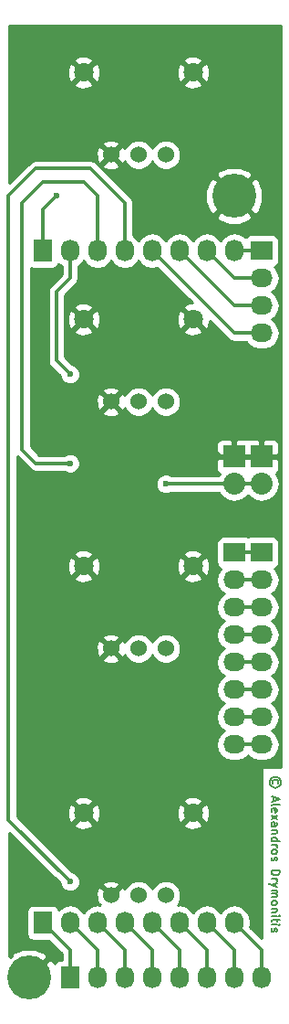
<source format=gbr>
G04 #@! TF.FileFunction,Copper,L1,Top,Signal*
%FSLAX46Y46*%
G04 Gerber Fmt 4.6, Leading zero omitted, Abs format (unit mm)*
G04 Created by KiCad (PCBNEW 4.0.2+dfsg1-2~bpo8+1-stable) date Sun 16 Jul 2017 04:41:11 PM EEST*
%MOMM*%
G01*
G04 APERTURE LIST*
%ADD10C,0.050000*%
%ADD11C,0.190500*%
%ADD12R,2.032000X1.727200*%
%ADD13O,2.032000X1.727200*%
%ADD14R,1.727200X2.032000*%
%ADD15O,1.727200X2.032000*%
%ADD16R,2.032000X2.032000*%
%ADD17O,2.032000X2.032000*%
%ADD18C,1.524000*%
%ADD19C,1.800000*%
%ADD20C,4.064000*%
%ADD21C,0.600000*%
%ADD22C,0.300000*%
%ADD23C,0.254000*%
G04 APERTURE END LIST*
D10*
D11*
X148825857Y-120486714D02*
X148862143Y-120414142D01*
X148862143Y-120268999D01*
X148825857Y-120196428D01*
X148753286Y-120123857D01*
X148680714Y-120087571D01*
X148535571Y-120087571D01*
X148463000Y-120123857D01*
X148390429Y-120196428D01*
X148354143Y-120268999D01*
X148354143Y-120414142D01*
X148390429Y-120486714D01*
X149116143Y-120341571D02*
X149079857Y-120160142D01*
X148971000Y-119978714D01*
X148789571Y-119869857D01*
X148608143Y-119833571D01*
X148426714Y-119869857D01*
X148245286Y-119978714D01*
X148136429Y-120160142D01*
X148100143Y-120341571D01*
X148136429Y-120522999D01*
X148245286Y-120704428D01*
X148426714Y-120813285D01*
X148608143Y-120849571D01*
X148789571Y-120813285D01*
X148971000Y-120704428D01*
X149079857Y-120522999D01*
X149116143Y-120341571D01*
X148463000Y-121720428D02*
X148463000Y-122083285D01*
X148245286Y-121647856D02*
X149007286Y-121901856D01*
X148245286Y-122155856D01*
X148245286Y-122518714D02*
X148281571Y-122446142D01*
X148354143Y-122409857D01*
X149007286Y-122409857D01*
X148281571Y-123099285D02*
X148245286Y-123026714D01*
X148245286Y-122881571D01*
X148281571Y-122809000D01*
X148354143Y-122772714D01*
X148644429Y-122772714D01*
X148717000Y-122809000D01*
X148753286Y-122881571D01*
X148753286Y-123026714D01*
X148717000Y-123099285D01*
X148644429Y-123135571D01*
X148571857Y-123135571D01*
X148499286Y-122772714D01*
X148245286Y-123389571D02*
X148753286Y-123788714D01*
X148753286Y-123389571D02*
X148245286Y-123788714D01*
X148245286Y-124405571D02*
X148644429Y-124405571D01*
X148717000Y-124369285D01*
X148753286Y-124296714D01*
X148753286Y-124151571D01*
X148717000Y-124079000D01*
X148281571Y-124405571D02*
X148245286Y-124333000D01*
X148245286Y-124151571D01*
X148281571Y-124079000D01*
X148354143Y-124042714D01*
X148426714Y-124042714D01*
X148499286Y-124079000D01*
X148535571Y-124151571D01*
X148535571Y-124333000D01*
X148571857Y-124405571D01*
X148753286Y-124768429D02*
X148245286Y-124768429D01*
X148680714Y-124768429D02*
X148717000Y-124804714D01*
X148753286Y-124877286D01*
X148753286Y-124986143D01*
X148717000Y-125058714D01*
X148644429Y-125095000D01*
X148245286Y-125095000D01*
X148245286Y-125784429D02*
X149007286Y-125784429D01*
X148281571Y-125784429D02*
X148245286Y-125711858D01*
X148245286Y-125566715D01*
X148281571Y-125494143D01*
X148317857Y-125457858D01*
X148390429Y-125421572D01*
X148608143Y-125421572D01*
X148680714Y-125457858D01*
X148717000Y-125494143D01*
X148753286Y-125566715D01*
X148753286Y-125711858D01*
X148717000Y-125784429D01*
X148245286Y-126147287D02*
X148753286Y-126147287D01*
X148608143Y-126147287D02*
X148680714Y-126183572D01*
X148717000Y-126219858D01*
X148753286Y-126292429D01*
X148753286Y-126365001D01*
X148245286Y-126727858D02*
X148281571Y-126655286D01*
X148317857Y-126619001D01*
X148390429Y-126582715D01*
X148608143Y-126582715D01*
X148680714Y-126619001D01*
X148717000Y-126655286D01*
X148753286Y-126727858D01*
X148753286Y-126836715D01*
X148717000Y-126909286D01*
X148680714Y-126945572D01*
X148608143Y-126981858D01*
X148390429Y-126981858D01*
X148317857Y-126945572D01*
X148281571Y-126909286D01*
X148245286Y-126836715D01*
X148245286Y-126727858D01*
X148281571Y-127272144D02*
X148245286Y-127344715D01*
X148245286Y-127489858D01*
X148281571Y-127562430D01*
X148354143Y-127598715D01*
X148390429Y-127598715D01*
X148463000Y-127562430D01*
X148499286Y-127489858D01*
X148499286Y-127381001D01*
X148535571Y-127308430D01*
X148608143Y-127272144D01*
X148644429Y-127272144D01*
X148717000Y-127308430D01*
X148753286Y-127381001D01*
X148753286Y-127489858D01*
X148717000Y-127562430D01*
X148245286Y-128505858D02*
X149007286Y-128505858D01*
X149007286Y-128687286D01*
X148971000Y-128796143D01*
X148898429Y-128868715D01*
X148825857Y-128905000D01*
X148680714Y-128941286D01*
X148571857Y-128941286D01*
X148426714Y-128905000D01*
X148354143Y-128868715D01*
X148281571Y-128796143D01*
X148245286Y-128687286D01*
X148245286Y-128505858D01*
X148245286Y-129267858D02*
X148753286Y-129267858D01*
X148608143Y-129267858D02*
X148680714Y-129304143D01*
X148717000Y-129340429D01*
X148753286Y-129413000D01*
X148753286Y-129485572D01*
X148753286Y-129667000D02*
X148245286Y-129848429D01*
X148753286Y-130029857D02*
X148245286Y-129848429D01*
X148063857Y-129775857D01*
X148027571Y-129739572D01*
X147991286Y-129667000D01*
X148245286Y-130320143D02*
X148753286Y-130320143D01*
X148680714Y-130320143D02*
X148717000Y-130356428D01*
X148753286Y-130429000D01*
X148753286Y-130537857D01*
X148717000Y-130610428D01*
X148644429Y-130646714D01*
X148245286Y-130646714D01*
X148644429Y-130646714D02*
X148717000Y-130683000D01*
X148753286Y-130755571D01*
X148753286Y-130864428D01*
X148717000Y-130937000D01*
X148644429Y-130973285D01*
X148245286Y-130973285D01*
X148245286Y-131445000D02*
X148281571Y-131372428D01*
X148317857Y-131336143D01*
X148390429Y-131299857D01*
X148608143Y-131299857D01*
X148680714Y-131336143D01*
X148717000Y-131372428D01*
X148753286Y-131445000D01*
X148753286Y-131553857D01*
X148717000Y-131626428D01*
X148680714Y-131662714D01*
X148608143Y-131699000D01*
X148390429Y-131699000D01*
X148317857Y-131662714D01*
X148281571Y-131626428D01*
X148245286Y-131553857D01*
X148245286Y-131445000D01*
X148753286Y-132025572D02*
X148245286Y-132025572D01*
X148680714Y-132025572D02*
X148717000Y-132061857D01*
X148753286Y-132134429D01*
X148753286Y-132243286D01*
X148717000Y-132315857D01*
X148644429Y-132352143D01*
X148245286Y-132352143D01*
X148245286Y-132715001D02*
X148753286Y-132715001D01*
X149007286Y-132715001D02*
X148971000Y-132678715D01*
X148934714Y-132715001D01*
X148971000Y-132751286D01*
X149007286Y-132715001D01*
X148934714Y-132715001D01*
X148753286Y-132969000D02*
X148753286Y-133259286D01*
X149007286Y-133077858D02*
X148354143Y-133077858D01*
X148281571Y-133114143D01*
X148245286Y-133186715D01*
X148245286Y-133259286D01*
X148245286Y-133513287D02*
X148753286Y-133513287D01*
X149007286Y-133513287D02*
X148971000Y-133477001D01*
X148934714Y-133513287D01*
X148971000Y-133549572D01*
X149007286Y-133513287D01*
X148934714Y-133513287D01*
X148281571Y-133839858D02*
X148245286Y-133912429D01*
X148245286Y-134057572D01*
X148281571Y-134130144D01*
X148354143Y-134166429D01*
X148390429Y-134166429D01*
X148463000Y-134130144D01*
X148499286Y-134057572D01*
X148499286Y-133948715D01*
X148535571Y-133876144D01*
X148608143Y-133839858D01*
X148644429Y-133839858D01*
X148717000Y-133876144D01*
X148753286Y-133948715D01*
X148753286Y-134057572D01*
X148717000Y-134130144D01*
D12*
X147320000Y-99060000D03*
D13*
X147320000Y-101600000D03*
X147320000Y-104140000D03*
X147320000Y-106680000D03*
X147320000Y-109220000D03*
X147320000Y-111760000D03*
X147320000Y-114300000D03*
X147320000Y-116840000D03*
D14*
X129540000Y-138430000D03*
D15*
X132080000Y-138430000D03*
X134620000Y-138430000D03*
X137160000Y-138430000D03*
X139700000Y-138430000D03*
X142240000Y-138430000D03*
X144780000Y-138430000D03*
X147320000Y-138430000D03*
D14*
X127000000Y-71120000D03*
D15*
X129540000Y-71120000D03*
X132080000Y-71120000D03*
X134620000Y-71120000D03*
X137160000Y-71120000D03*
X139700000Y-71120000D03*
X142240000Y-71120000D03*
X144780000Y-71120000D03*
D12*
X144780000Y-99060000D03*
D13*
X144780000Y-101600000D03*
X144780000Y-104140000D03*
X144780000Y-106680000D03*
X144780000Y-109220000D03*
X144780000Y-111760000D03*
X144780000Y-114300000D03*
X144780000Y-116840000D03*
D14*
X127000000Y-133350000D03*
D15*
X129540000Y-133350000D03*
X132080000Y-133350000D03*
X134620000Y-133350000D03*
X137160000Y-133350000D03*
X139700000Y-133350000D03*
X142240000Y-133350000D03*
X144780000Y-133350000D03*
D16*
X144780000Y-90170000D03*
D17*
X144780000Y-92710000D03*
D12*
X147320000Y-71120000D03*
D13*
X147320000Y-73660000D03*
X147320000Y-76200000D03*
X147320000Y-78740000D03*
D16*
X147320000Y-90170000D03*
D17*
X147320000Y-92710000D03*
D18*
X135890000Y-62230000D03*
X133350000Y-62230000D03*
X138430000Y-62230000D03*
D19*
X140970000Y-54610000D03*
X130810000Y-54610000D03*
D18*
X135890000Y-85090000D03*
X133350000Y-85090000D03*
X138430000Y-85090000D03*
D19*
X140970000Y-77470000D03*
X130810000Y-77470000D03*
D18*
X135890000Y-107950000D03*
X133350000Y-107950000D03*
X138430000Y-107950000D03*
D19*
X140970000Y-100330000D03*
X130810000Y-100330000D03*
D18*
X135890000Y-130810000D03*
X133350000Y-130810000D03*
X138430000Y-130810000D03*
D19*
X140970000Y-123190000D03*
X130810000Y-123190000D03*
D20*
X144780000Y-66040000D03*
X125730000Y-138430000D03*
D21*
X128270000Y-66040000D03*
X140970000Y-87630000D03*
X138430000Y-92710000D03*
X129540000Y-82550000D03*
X129540000Y-90805000D03*
X129540000Y-129540000D03*
D22*
X127000000Y-67310000D02*
X127000000Y-71120000D01*
X128270000Y-66040000D02*
X127000000Y-67310000D01*
X144780000Y-90170000D02*
X143510000Y-90170000D01*
X143510000Y-90170000D02*
X140970000Y-87630000D01*
X144780000Y-90170000D02*
X147320000Y-90170000D01*
X144780000Y-92710000D02*
X138430000Y-92710000D01*
X144780000Y-92710000D02*
X147320000Y-92710000D01*
X129540000Y-73660000D02*
X129540000Y-71120000D01*
X128270000Y-74930000D02*
X129540000Y-73660000D01*
X128270000Y-81280000D02*
X128270000Y-74930000D01*
X129540000Y-82550000D02*
X128270000Y-81280000D01*
X132080000Y-66040000D02*
X132080000Y-71120000D01*
X130810000Y-64770000D02*
X132080000Y-66040000D01*
X127000000Y-64770000D02*
X130810000Y-64770000D01*
X125095000Y-66675000D02*
X127000000Y-64770000D01*
X125095000Y-89535000D02*
X125095000Y-66675000D01*
X126365000Y-90805000D02*
X125095000Y-89535000D01*
X129540000Y-90805000D02*
X126365000Y-90805000D01*
X134620000Y-66675000D02*
X134620000Y-71120000D01*
X131445000Y-63500000D02*
X134620000Y-66675000D01*
X126365000Y-63500000D02*
X131445000Y-63500000D01*
X123825000Y-66040000D02*
X126365000Y-63500000D01*
X123825000Y-123825000D02*
X123825000Y-66040000D01*
X129540000Y-129540000D02*
X123825000Y-123825000D01*
X144780000Y-99060000D02*
X147320000Y-99060000D01*
X144780000Y-101600000D02*
X147320000Y-101600000D01*
X144780000Y-104140000D02*
X147320000Y-104140000D01*
X144780000Y-106680000D02*
X147320000Y-106680000D01*
X144780000Y-109220000D02*
X147320000Y-109220000D01*
X144780000Y-111760000D02*
X147320000Y-111760000D01*
X144780000Y-114300000D02*
X147320000Y-114300000D01*
X144780000Y-116840000D02*
X147320000Y-116840000D01*
X127000000Y-133350000D02*
X129540000Y-135890000D01*
X129540000Y-135890000D02*
X129540000Y-138430000D01*
X129540000Y-133350000D02*
X132080000Y-135890000D01*
X132080000Y-135890000D02*
X132080000Y-138430000D01*
X132080000Y-133350000D02*
X134620000Y-135890000D01*
X134620000Y-135890000D02*
X134620000Y-138430000D01*
X134620000Y-133350000D02*
X137160000Y-135890000D01*
X137160000Y-135890000D02*
X137160000Y-138430000D01*
X137160000Y-133350000D02*
X139700000Y-135890000D01*
X139700000Y-135890000D02*
X139700000Y-138430000D01*
X139700000Y-133350000D02*
X142240000Y-135890000D01*
X142240000Y-135890000D02*
X142240000Y-138430000D01*
X142240000Y-133350000D02*
X144780000Y-135890000D01*
X144780000Y-135890000D02*
X144780000Y-138430000D01*
X144780000Y-133350000D02*
X147320000Y-135890000D01*
X147320000Y-135890000D02*
X147320000Y-138430000D01*
X137160000Y-71120000D02*
X144780000Y-78740000D01*
X144780000Y-78740000D02*
X147320000Y-78740000D01*
X139700000Y-71120000D02*
X144780000Y-76200000D01*
X144780000Y-76200000D02*
X147320000Y-76200000D01*
X142240000Y-71120000D02*
X144780000Y-73660000D01*
X144780000Y-73660000D02*
X147320000Y-73660000D01*
X144780000Y-71120000D02*
X147320000Y-71120000D01*
D23*
G36*
X149150000Y-118958178D02*
X147326350Y-118958178D01*
X147326350Y-134786192D01*
X146244805Y-133704647D01*
X146278600Y-133534745D01*
X146278600Y-133165255D01*
X146164526Y-132591766D01*
X145839670Y-132105585D01*
X145353489Y-131780729D01*
X144780000Y-131666655D01*
X144206511Y-131780729D01*
X143720330Y-132105585D01*
X143510000Y-132420366D01*
X143299670Y-132105585D01*
X142813489Y-131780729D01*
X142240000Y-131666655D01*
X141666511Y-131780729D01*
X141180330Y-132105585D01*
X140970000Y-132420366D01*
X140759670Y-132105585D01*
X140273489Y-131780729D01*
X139700000Y-131666655D01*
X139511714Y-131704107D01*
X139613629Y-131602370D01*
X139826757Y-131089100D01*
X139827242Y-130533339D01*
X139615010Y-130019697D01*
X139222370Y-129626371D01*
X138709100Y-129413243D01*
X138153339Y-129412758D01*
X137639697Y-129624990D01*
X137246371Y-130017630D01*
X137160051Y-130225512D01*
X137075010Y-130019697D01*
X136682370Y-129626371D01*
X136169100Y-129413243D01*
X135613339Y-129412758D01*
X135099697Y-129624990D01*
X134706371Y-130017630D01*
X134626605Y-130209727D01*
X134572397Y-130078857D01*
X134330213Y-130009392D01*
X133529605Y-130810000D01*
X133543748Y-130824143D01*
X133364143Y-131003748D01*
X133350000Y-130989605D01*
X133335858Y-131003748D01*
X133156253Y-130824143D01*
X133170395Y-130810000D01*
X132369787Y-130009392D01*
X132127603Y-130078857D01*
X131940856Y-130602302D01*
X131968638Y-131157368D01*
X132127603Y-131541143D01*
X132369785Y-131610607D01*
X132274957Y-131705435D01*
X132080000Y-131666655D01*
X131506511Y-131780729D01*
X131020330Y-132105585D01*
X130810000Y-132420366D01*
X130599670Y-132105585D01*
X130113489Y-131780729D01*
X129540000Y-131666655D01*
X128966511Y-131780729D01*
X128480330Y-132105585D01*
X128470757Y-132119913D01*
X128466762Y-132098683D01*
X128327690Y-131882559D01*
X128115490Y-131737569D01*
X127863600Y-131686560D01*
X126136400Y-131686560D01*
X125901083Y-131730838D01*
X125684959Y-131869910D01*
X125539969Y-132082110D01*
X125488960Y-132334000D01*
X125488960Y-134366000D01*
X125533238Y-134601317D01*
X125672310Y-134817441D01*
X125884510Y-134962431D01*
X126136400Y-135013440D01*
X127553282Y-135013440D01*
X128755000Y-136215158D01*
X128755000Y-136766560D01*
X128676400Y-136766560D01*
X128441083Y-136810838D01*
X128224959Y-136949910D01*
X128089802Y-137147720D01*
X128002168Y-136936154D01*
X127628121Y-136711484D01*
X125909605Y-138430000D01*
X125923748Y-138444143D01*
X125744143Y-138623748D01*
X125730000Y-138609605D01*
X125715858Y-138623748D01*
X125536253Y-138444143D01*
X125550395Y-138430000D01*
X125536253Y-138415858D01*
X125715858Y-138236253D01*
X125730000Y-138250395D01*
X127448516Y-136531879D01*
X127223846Y-136157832D01*
X126240612Y-135759120D01*
X125179643Y-135767025D01*
X124236154Y-136157832D01*
X124011485Y-136531877D01*
X123900000Y-136420392D01*
X123900000Y-125010158D01*
X128604847Y-129715004D01*
X128604838Y-129725167D01*
X128746883Y-130068943D01*
X129009673Y-130332192D01*
X129353201Y-130474838D01*
X129725167Y-130475162D01*
X130068943Y-130333117D01*
X130332192Y-130070327D01*
X130432073Y-129829787D01*
X132549392Y-129829787D01*
X133350000Y-130630395D01*
X134150608Y-129829787D01*
X134081143Y-129587603D01*
X133557698Y-129400856D01*
X133002632Y-129428638D01*
X132618857Y-129587603D01*
X132549392Y-129829787D01*
X130432073Y-129829787D01*
X130474838Y-129726799D01*
X130475162Y-129354833D01*
X130333117Y-129011057D01*
X130070327Y-128747808D01*
X129726799Y-128605162D01*
X129715309Y-128605152D01*
X125380317Y-124270159D01*
X129909446Y-124270159D01*
X129995852Y-124526643D01*
X130569336Y-124736458D01*
X131179460Y-124710839D01*
X131624148Y-124526643D01*
X131710554Y-124270159D01*
X140069446Y-124270159D01*
X140155852Y-124526643D01*
X140729336Y-124736458D01*
X141339460Y-124710839D01*
X141784148Y-124526643D01*
X141870554Y-124270159D01*
X140970000Y-123369605D01*
X140069446Y-124270159D01*
X131710554Y-124270159D01*
X130810000Y-123369605D01*
X129909446Y-124270159D01*
X125380317Y-124270159D01*
X124610000Y-123499842D01*
X124610000Y-122949336D01*
X129263542Y-122949336D01*
X129289161Y-123559460D01*
X129473357Y-124004148D01*
X129729841Y-124090554D01*
X130630395Y-123190000D01*
X130989605Y-123190000D01*
X131890159Y-124090554D01*
X132146643Y-124004148D01*
X132356458Y-123430664D01*
X132336248Y-122949336D01*
X139423542Y-122949336D01*
X139449161Y-123559460D01*
X139633357Y-124004148D01*
X139889841Y-124090554D01*
X140790395Y-123190000D01*
X141149605Y-123190000D01*
X142050159Y-124090554D01*
X142306643Y-124004148D01*
X142516458Y-123430664D01*
X142490839Y-122820540D01*
X142306643Y-122375852D01*
X142050159Y-122289446D01*
X141149605Y-123190000D01*
X140790395Y-123190000D01*
X139889841Y-122289446D01*
X139633357Y-122375852D01*
X139423542Y-122949336D01*
X132336248Y-122949336D01*
X132330839Y-122820540D01*
X132146643Y-122375852D01*
X131890159Y-122289446D01*
X130989605Y-123190000D01*
X130630395Y-123190000D01*
X129729841Y-122289446D01*
X129473357Y-122375852D01*
X129263542Y-122949336D01*
X124610000Y-122949336D01*
X124610000Y-122109841D01*
X129909446Y-122109841D01*
X130810000Y-123010395D01*
X131710554Y-122109841D01*
X140069446Y-122109841D01*
X140970000Y-123010395D01*
X141870554Y-122109841D01*
X141784148Y-121853357D01*
X141210664Y-121643542D01*
X140600540Y-121669161D01*
X140155852Y-121853357D01*
X140069446Y-122109841D01*
X131710554Y-122109841D01*
X131624148Y-121853357D01*
X131050664Y-121643542D01*
X130440540Y-121669161D01*
X129995852Y-121853357D01*
X129909446Y-122109841D01*
X124610000Y-122109841D01*
X124610000Y-108930213D01*
X132549392Y-108930213D01*
X132618857Y-109172397D01*
X133142302Y-109359144D01*
X133697368Y-109331362D01*
X134081143Y-109172397D01*
X134150608Y-108930213D01*
X133350000Y-108129605D01*
X132549392Y-108930213D01*
X124610000Y-108930213D01*
X124610000Y-107742302D01*
X131940856Y-107742302D01*
X131968638Y-108297368D01*
X132127603Y-108681143D01*
X132369787Y-108750608D01*
X133170395Y-107950000D01*
X133529605Y-107950000D01*
X134330213Y-108750608D01*
X134572397Y-108681143D01*
X134622509Y-108540682D01*
X134704990Y-108740303D01*
X135097630Y-109133629D01*
X135610900Y-109346757D01*
X136166661Y-109347242D01*
X136680303Y-109135010D01*
X137073629Y-108742370D01*
X137159949Y-108534488D01*
X137244990Y-108740303D01*
X137637630Y-109133629D01*
X138150900Y-109346757D01*
X138706661Y-109347242D01*
X139220303Y-109135010D01*
X139613629Y-108742370D01*
X139826757Y-108229100D01*
X139827242Y-107673339D01*
X139615010Y-107159697D01*
X139222370Y-106766371D01*
X138709100Y-106553243D01*
X138153339Y-106552758D01*
X137639697Y-106764990D01*
X137246371Y-107157630D01*
X137160051Y-107365512D01*
X137075010Y-107159697D01*
X136682370Y-106766371D01*
X136169100Y-106553243D01*
X135613339Y-106552758D01*
X135099697Y-106764990D01*
X134706371Y-107157630D01*
X134626605Y-107349727D01*
X134572397Y-107218857D01*
X134330213Y-107149392D01*
X133529605Y-107950000D01*
X133170395Y-107950000D01*
X132369787Y-107149392D01*
X132127603Y-107218857D01*
X131940856Y-107742302D01*
X124610000Y-107742302D01*
X124610000Y-106969787D01*
X132549392Y-106969787D01*
X133350000Y-107770395D01*
X134150608Y-106969787D01*
X134081143Y-106727603D01*
X133557698Y-106540856D01*
X133002632Y-106568638D01*
X132618857Y-106727603D01*
X132549392Y-106969787D01*
X124610000Y-106969787D01*
X124610000Y-101410159D01*
X129909446Y-101410159D01*
X129995852Y-101666643D01*
X130569336Y-101876458D01*
X131179460Y-101850839D01*
X131624148Y-101666643D01*
X131710554Y-101410159D01*
X140069446Y-101410159D01*
X140155852Y-101666643D01*
X140729336Y-101876458D01*
X141339460Y-101850839D01*
X141784148Y-101666643D01*
X141806599Y-101600000D01*
X143096655Y-101600000D01*
X143210729Y-102173489D01*
X143535585Y-102659670D01*
X143850366Y-102870000D01*
X143535585Y-103080330D01*
X143210729Y-103566511D01*
X143096655Y-104140000D01*
X143210729Y-104713489D01*
X143535585Y-105199670D01*
X143850366Y-105410000D01*
X143535585Y-105620330D01*
X143210729Y-106106511D01*
X143096655Y-106680000D01*
X143210729Y-107253489D01*
X143535585Y-107739670D01*
X143850366Y-107950000D01*
X143535585Y-108160330D01*
X143210729Y-108646511D01*
X143096655Y-109220000D01*
X143210729Y-109793489D01*
X143535585Y-110279670D01*
X143850366Y-110490000D01*
X143535585Y-110700330D01*
X143210729Y-111186511D01*
X143096655Y-111760000D01*
X143210729Y-112333489D01*
X143535585Y-112819670D01*
X143850366Y-113030000D01*
X143535585Y-113240330D01*
X143210729Y-113726511D01*
X143096655Y-114300000D01*
X143210729Y-114873489D01*
X143535585Y-115359670D01*
X143850366Y-115570000D01*
X143535585Y-115780330D01*
X143210729Y-116266511D01*
X143096655Y-116840000D01*
X143210729Y-117413489D01*
X143535585Y-117899670D01*
X144021766Y-118224526D01*
X144595255Y-118338600D01*
X144964745Y-118338600D01*
X145538234Y-118224526D01*
X146024415Y-117899670D01*
X146050000Y-117861379D01*
X146075585Y-117899670D01*
X146561766Y-118224526D01*
X147135255Y-118338600D01*
X147504745Y-118338600D01*
X148078234Y-118224526D01*
X148564415Y-117899670D01*
X148889271Y-117413489D01*
X149003345Y-116840000D01*
X148889271Y-116266511D01*
X148564415Y-115780330D01*
X148249634Y-115570000D01*
X148564415Y-115359670D01*
X148889271Y-114873489D01*
X149003345Y-114300000D01*
X148889271Y-113726511D01*
X148564415Y-113240330D01*
X148249634Y-113030000D01*
X148564415Y-112819670D01*
X148889271Y-112333489D01*
X149003345Y-111760000D01*
X148889271Y-111186511D01*
X148564415Y-110700330D01*
X148249634Y-110490000D01*
X148564415Y-110279670D01*
X148889271Y-109793489D01*
X149003345Y-109220000D01*
X148889271Y-108646511D01*
X148564415Y-108160330D01*
X148249634Y-107950000D01*
X148564415Y-107739670D01*
X148889271Y-107253489D01*
X149003345Y-106680000D01*
X148889271Y-106106511D01*
X148564415Y-105620330D01*
X148249634Y-105410000D01*
X148564415Y-105199670D01*
X148889271Y-104713489D01*
X149003345Y-104140000D01*
X148889271Y-103566511D01*
X148564415Y-103080330D01*
X148249634Y-102870000D01*
X148564415Y-102659670D01*
X148889271Y-102173489D01*
X149003345Y-101600000D01*
X148889271Y-101026511D01*
X148564415Y-100540330D01*
X148550087Y-100530757D01*
X148571317Y-100526762D01*
X148787441Y-100387690D01*
X148932431Y-100175490D01*
X148983440Y-99923600D01*
X148983440Y-98196400D01*
X148939162Y-97961083D01*
X148800090Y-97744959D01*
X148587890Y-97599969D01*
X148336000Y-97548960D01*
X146304000Y-97548960D01*
X146068683Y-97593238D01*
X146052901Y-97603393D01*
X146047890Y-97599969D01*
X145796000Y-97548960D01*
X143764000Y-97548960D01*
X143528683Y-97593238D01*
X143312559Y-97732310D01*
X143167569Y-97944510D01*
X143116560Y-98196400D01*
X143116560Y-99923600D01*
X143160838Y-100158917D01*
X143299910Y-100375041D01*
X143512110Y-100520031D01*
X143553439Y-100528400D01*
X143535585Y-100540330D01*
X143210729Y-101026511D01*
X143096655Y-101600000D01*
X141806599Y-101600000D01*
X141870554Y-101410159D01*
X140970000Y-100509605D01*
X140069446Y-101410159D01*
X131710554Y-101410159D01*
X130810000Y-100509605D01*
X129909446Y-101410159D01*
X124610000Y-101410159D01*
X124610000Y-100089336D01*
X129263542Y-100089336D01*
X129289161Y-100699460D01*
X129473357Y-101144148D01*
X129729841Y-101230554D01*
X130630395Y-100330000D01*
X130989605Y-100330000D01*
X131890159Y-101230554D01*
X132146643Y-101144148D01*
X132356458Y-100570664D01*
X132336248Y-100089336D01*
X139423542Y-100089336D01*
X139449161Y-100699460D01*
X139633357Y-101144148D01*
X139889841Y-101230554D01*
X140790395Y-100330000D01*
X141149605Y-100330000D01*
X142050159Y-101230554D01*
X142306643Y-101144148D01*
X142516458Y-100570664D01*
X142490839Y-99960540D01*
X142306643Y-99515852D01*
X142050159Y-99429446D01*
X141149605Y-100330000D01*
X140790395Y-100330000D01*
X139889841Y-99429446D01*
X139633357Y-99515852D01*
X139423542Y-100089336D01*
X132336248Y-100089336D01*
X132330839Y-99960540D01*
X132146643Y-99515852D01*
X131890159Y-99429446D01*
X130989605Y-100330000D01*
X130630395Y-100330000D01*
X129729841Y-99429446D01*
X129473357Y-99515852D01*
X129263542Y-100089336D01*
X124610000Y-100089336D01*
X124610000Y-99249841D01*
X129909446Y-99249841D01*
X130810000Y-100150395D01*
X131710554Y-99249841D01*
X140069446Y-99249841D01*
X140970000Y-100150395D01*
X141870554Y-99249841D01*
X141784148Y-98993357D01*
X141210664Y-98783542D01*
X140600540Y-98809161D01*
X140155852Y-98993357D01*
X140069446Y-99249841D01*
X131710554Y-99249841D01*
X131624148Y-98993357D01*
X131050664Y-98783542D01*
X130440540Y-98809161D01*
X129995852Y-98993357D01*
X129909446Y-99249841D01*
X124610000Y-99249841D01*
X124610000Y-92895167D01*
X137494838Y-92895167D01*
X137636883Y-93238943D01*
X137899673Y-93502192D01*
X138243201Y-93644838D01*
X138615167Y-93645162D01*
X138958943Y-93503117D01*
X138967074Y-93495000D01*
X143324688Y-93495000D01*
X143580222Y-93877433D01*
X144115845Y-94235325D01*
X144747655Y-94361000D01*
X144812345Y-94361000D01*
X145444155Y-94235325D01*
X145979778Y-93877433D01*
X146050000Y-93772338D01*
X146120222Y-93877433D01*
X146655845Y-94235325D01*
X147287655Y-94361000D01*
X147352345Y-94361000D01*
X147984155Y-94235325D01*
X148519778Y-93877433D01*
X148877670Y-93341810D01*
X149003345Y-92710000D01*
X148877670Y-92078190D01*
X148653034Y-91741999D01*
X148695698Y-91724327D01*
X148874327Y-91545699D01*
X148971000Y-91312310D01*
X148971000Y-90455750D01*
X148812250Y-90297000D01*
X147447000Y-90297000D01*
X147447000Y-90317000D01*
X147193000Y-90317000D01*
X147193000Y-90297000D01*
X144907000Y-90297000D01*
X144907000Y-90317000D01*
X144653000Y-90317000D01*
X144653000Y-90297000D01*
X143287750Y-90297000D01*
X143129000Y-90455750D01*
X143129000Y-91312310D01*
X143225673Y-91545699D01*
X143404302Y-91724327D01*
X143446966Y-91741999D01*
X143324688Y-91925000D01*
X138967506Y-91925000D01*
X138960327Y-91917808D01*
X138616799Y-91775162D01*
X138244833Y-91774838D01*
X137901057Y-91916883D01*
X137637808Y-92179673D01*
X137495162Y-92523201D01*
X137494838Y-92895167D01*
X124610000Y-92895167D01*
X124610000Y-90160158D01*
X125809921Y-91360079D01*
X126064593Y-91530245D01*
X126365000Y-91590000D01*
X129002494Y-91590000D01*
X129009673Y-91597192D01*
X129353201Y-91739838D01*
X129725167Y-91740162D01*
X130068943Y-91598117D01*
X130332192Y-91335327D01*
X130474838Y-90991799D01*
X130475162Y-90619833D01*
X130333117Y-90276057D01*
X130070327Y-90012808D01*
X129726799Y-89870162D01*
X129354833Y-89869838D01*
X129011057Y-90011883D01*
X129002926Y-90020000D01*
X126690158Y-90020000D01*
X125880000Y-89209842D01*
X125880000Y-89027690D01*
X143129000Y-89027690D01*
X143129000Y-89884250D01*
X143287750Y-90043000D01*
X144653000Y-90043000D01*
X144653000Y-88677750D01*
X144907000Y-88677750D01*
X144907000Y-90043000D01*
X147193000Y-90043000D01*
X147193000Y-88677750D01*
X147447000Y-88677750D01*
X147447000Y-90043000D01*
X148812250Y-90043000D01*
X148971000Y-89884250D01*
X148971000Y-89027690D01*
X148874327Y-88794301D01*
X148695698Y-88615673D01*
X148462309Y-88519000D01*
X147605750Y-88519000D01*
X147447000Y-88677750D01*
X147193000Y-88677750D01*
X147034250Y-88519000D01*
X146177691Y-88519000D01*
X146050000Y-88571891D01*
X145922309Y-88519000D01*
X145065750Y-88519000D01*
X144907000Y-88677750D01*
X144653000Y-88677750D01*
X144494250Y-88519000D01*
X143637691Y-88519000D01*
X143404302Y-88615673D01*
X143225673Y-88794301D01*
X143129000Y-89027690D01*
X125880000Y-89027690D01*
X125880000Y-86070213D01*
X132549392Y-86070213D01*
X132618857Y-86312397D01*
X133142302Y-86499144D01*
X133697368Y-86471362D01*
X134081143Y-86312397D01*
X134150608Y-86070213D01*
X133350000Y-85269605D01*
X132549392Y-86070213D01*
X125880000Y-86070213D01*
X125880000Y-84882302D01*
X131940856Y-84882302D01*
X131968638Y-85437368D01*
X132127603Y-85821143D01*
X132369787Y-85890608D01*
X133170395Y-85090000D01*
X133529605Y-85090000D01*
X134330213Y-85890608D01*
X134572397Y-85821143D01*
X134622509Y-85680682D01*
X134704990Y-85880303D01*
X135097630Y-86273629D01*
X135610900Y-86486757D01*
X136166661Y-86487242D01*
X136680303Y-86275010D01*
X137073629Y-85882370D01*
X137159949Y-85674488D01*
X137244990Y-85880303D01*
X137637630Y-86273629D01*
X138150900Y-86486757D01*
X138706661Y-86487242D01*
X139220303Y-86275010D01*
X139613629Y-85882370D01*
X139826757Y-85369100D01*
X139827242Y-84813339D01*
X139615010Y-84299697D01*
X139222370Y-83906371D01*
X138709100Y-83693243D01*
X138153339Y-83692758D01*
X137639697Y-83904990D01*
X137246371Y-84297630D01*
X137160051Y-84505512D01*
X137075010Y-84299697D01*
X136682370Y-83906371D01*
X136169100Y-83693243D01*
X135613339Y-83692758D01*
X135099697Y-83904990D01*
X134706371Y-84297630D01*
X134626605Y-84489727D01*
X134572397Y-84358857D01*
X134330213Y-84289392D01*
X133529605Y-85090000D01*
X133170395Y-85090000D01*
X132369787Y-84289392D01*
X132127603Y-84358857D01*
X131940856Y-84882302D01*
X125880000Y-84882302D01*
X125880000Y-84109787D01*
X132549392Y-84109787D01*
X133350000Y-84910395D01*
X134150608Y-84109787D01*
X134081143Y-83867603D01*
X133557698Y-83680856D01*
X133002632Y-83708638D01*
X132618857Y-83867603D01*
X132549392Y-84109787D01*
X125880000Y-84109787D01*
X125880000Y-72729349D01*
X125884510Y-72732431D01*
X126136400Y-72783440D01*
X127863600Y-72783440D01*
X128098917Y-72739162D01*
X128315041Y-72600090D01*
X128460031Y-72387890D01*
X128468400Y-72346561D01*
X128480330Y-72364415D01*
X128755000Y-72547944D01*
X128755000Y-73334842D01*
X127714921Y-74374921D01*
X127544755Y-74629593D01*
X127507781Y-74815474D01*
X127485000Y-74930000D01*
X127485000Y-81280000D01*
X127544755Y-81580407D01*
X127714921Y-81835079D01*
X128604847Y-82725005D01*
X128604838Y-82735167D01*
X128746883Y-83078943D01*
X129009673Y-83342192D01*
X129353201Y-83484838D01*
X129725167Y-83485162D01*
X130068943Y-83343117D01*
X130332192Y-83080327D01*
X130474838Y-82736799D01*
X130475162Y-82364833D01*
X130333117Y-82021057D01*
X130070327Y-81757808D01*
X129726799Y-81615162D01*
X129715310Y-81615152D01*
X129055000Y-80954842D01*
X129055000Y-78550159D01*
X129909446Y-78550159D01*
X129995852Y-78806643D01*
X130569336Y-79016458D01*
X131179460Y-78990839D01*
X131624148Y-78806643D01*
X131710554Y-78550159D01*
X140069446Y-78550159D01*
X140155852Y-78806643D01*
X140729336Y-79016458D01*
X141339460Y-78990839D01*
X141784148Y-78806643D01*
X141870554Y-78550159D01*
X140970000Y-77649605D01*
X140069446Y-78550159D01*
X131710554Y-78550159D01*
X130810000Y-77649605D01*
X129909446Y-78550159D01*
X129055000Y-78550159D01*
X129055000Y-77229336D01*
X129263542Y-77229336D01*
X129289161Y-77839460D01*
X129473357Y-78284148D01*
X129729841Y-78370554D01*
X130630395Y-77470000D01*
X130989605Y-77470000D01*
X131890159Y-78370554D01*
X132146643Y-78284148D01*
X132356458Y-77710664D01*
X132336248Y-77229336D01*
X139423542Y-77229336D01*
X139449161Y-77839460D01*
X139633357Y-78284148D01*
X139889841Y-78370554D01*
X140790395Y-77470000D01*
X139889841Y-76569446D01*
X139633357Y-76655852D01*
X139423542Y-77229336D01*
X132336248Y-77229336D01*
X132330839Y-77100540D01*
X132146643Y-76655852D01*
X131890159Y-76569446D01*
X130989605Y-77470000D01*
X130630395Y-77470000D01*
X129729841Y-76569446D01*
X129473357Y-76655852D01*
X129263542Y-77229336D01*
X129055000Y-77229336D01*
X129055000Y-76389841D01*
X129909446Y-76389841D01*
X130810000Y-77290395D01*
X131710554Y-76389841D01*
X131624148Y-76133357D01*
X131050664Y-75923542D01*
X130440540Y-75949161D01*
X129995852Y-76133357D01*
X129909446Y-76389841D01*
X129055000Y-76389841D01*
X129055000Y-75255158D01*
X130095079Y-74215079D01*
X130265245Y-73960407D01*
X130325000Y-73660000D01*
X130325000Y-72547944D01*
X130599670Y-72364415D01*
X130810000Y-72049634D01*
X131020330Y-72364415D01*
X131506511Y-72689271D01*
X132080000Y-72803345D01*
X132653489Y-72689271D01*
X133139670Y-72364415D01*
X133350000Y-72049634D01*
X133560330Y-72364415D01*
X134046511Y-72689271D01*
X134620000Y-72803345D01*
X135193489Y-72689271D01*
X135679670Y-72364415D01*
X135890000Y-72049634D01*
X136100330Y-72364415D01*
X136586511Y-72689271D01*
X137160000Y-72803345D01*
X137638089Y-72708247D01*
X140867782Y-75937940D01*
X140600540Y-75949161D01*
X140155852Y-76133357D01*
X140069446Y-76389841D01*
X140970000Y-77290395D01*
X140984143Y-77276253D01*
X141163748Y-77455858D01*
X141149605Y-77470000D01*
X142050159Y-78370554D01*
X142306643Y-78284148D01*
X142516458Y-77710664D01*
X142511021Y-77581179D01*
X144224921Y-79295079D01*
X144479593Y-79465245D01*
X144780000Y-79525000D01*
X145892056Y-79525000D01*
X146075585Y-79799670D01*
X146561766Y-80124526D01*
X147135255Y-80238600D01*
X147504745Y-80238600D01*
X148078234Y-80124526D01*
X148564415Y-79799670D01*
X148889271Y-79313489D01*
X149003345Y-78740000D01*
X148889271Y-78166511D01*
X148564415Y-77680330D01*
X148249634Y-77470000D01*
X148564415Y-77259670D01*
X148889271Y-76773489D01*
X149003345Y-76200000D01*
X148889271Y-75626511D01*
X148564415Y-75140330D01*
X148249634Y-74930000D01*
X148564415Y-74719670D01*
X148889271Y-74233489D01*
X149003345Y-73660000D01*
X148889271Y-73086511D01*
X148564415Y-72600330D01*
X148550087Y-72590757D01*
X148571317Y-72586762D01*
X148787441Y-72447690D01*
X148932431Y-72235490D01*
X148983440Y-71983600D01*
X148983440Y-70256400D01*
X148939162Y-70021083D01*
X148800090Y-69804959D01*
X148587890Y-69659969D01*
X148336000Y-69608960D01*
X146304000Y-69608960D01*
X146068683Y-69653238D01*
X145852559Y-69792310D01*
X145809454Y-69855396D01*
X145353489Y-69550729D01*
X144780000Y-69436655D01*
X144206511Y-69550729D01*
X143720330Y-69875585D01*
X143510000Y-70190366D01*
X143299670Y-69875585D01*
X142813489Y-69550729D01*
X142240000Y-69436655D01*
X141666511Y-69550729D01*
X141180330Y-69875585D01*
X140970000Y-70190366D01*
X140759670Y-69875585D01*
X140273489Y-69550729D01*
X139700000Y-69436655D01*
X139126511Y-69550729D01*
X138640330Y-69875585D01*
X138430000Y-70190366D01*
X138219670Y-69875585D01*
X137733489Y-69550729D01*
X137160000Y-69436655D01*
X136586511Y-69550729D01*
X136100330Y-69875585D01*
X135890000Y-70190366D01*
X135679670Y-69875585D01*
X135405000Y-69692056D01*
X135405000Y-67938121D01*
X143061484Y-67938121D01*
X143286154Y-68312168D01*
X144269388Y-68710880D01*
X145330357Y-68702975D01*
X146273846Y-68312168D01*
X146498516Y-67938121D01*
X144780000Y-66219605D01*
X143061484Y-67938121D01*
X135405000Y-67938121D01*
X135405000Y-66675000D01*
X135383904Y-66568943D01*
X135345245Y-66374593D01*
X135175079Y-66119921D01*
X134584546Y-65529388D01*
X142109120Y-65529388D01*
X142117025Y-66590357D01*
X142507832Y-67533846D01*
X142881879Y-67758516D01*
X144600395Y-66040000D01*
X144959605Y-66040000D01*
X146678121Y-67758516D01*
X147052168Y-67533846D01*
X147450880Y-66550612D01*
X147442975Y-65489643D01*
X147052168Y-64546154D01*
X146678121Y-64321484D01*
X144959605Y-66040000D01*
X144600395Y-66040000D01*
X142881879Y-64321484D01*
X142507832Y-64546154D01*
X142109120Y-65529388D01*
X134584546Y-65529388D01*
X133197037Y-64141879D01*
X143061484Y-64141879D01*
X144780000Y-65860395D01*
X146498516Y-64141879D01*
X146273846Y-63767832D01*
X145290612Y-63369120D01*
X144229643Y-63377025D01*
X143286154Y-63767832D01*
X143061484Y-64141879D01*
X133197037Y-64141879D01*
X132265371Y-63210213D01*
X132549392Y-63210213D01*
X132618857Y-63452397D01*
X133142302Y-63639144D01*
X133697368Y-63611362D01*
X134081143Y-63452397D01*
X134150608Y-63210213D01*
X133350000Y-62409605D01*
X132549392Y-63210213D01*
X132265371Y-63210213D01*
X132000079Y-62944921D01*
X131745407Y-62774755D01*
X131445000Y-62715000D01*
X126365000Y-62715000D01*
X126064594Y-62774755D01*
X126064592Y-62774756D01*
X126064593Y-62774756D01*
X125809921Y-62944921D01*
X123900000Y-64854842D01*
X123900000Y-62022302D01*
X131940856Y-62022302D01*
X131968638Y-62577368D01*
X132127603Y-62961143D01*
X132369787Y-63030608D01*
X133170395Y-62230000D01*
X133529605Y-62230000D01*
X134330213Y-63030608D01*
X134572397Y-62961143D01*
X134622509Y-62820682D01*
X134704990Y-63020303D01*
X135097630Y-63413629D01*
X135610900Y-63626757D01*
X136166661Y-63627242D01*
X136680303Y-63415010D01*
X137073629Y-63022370D01*
X137159949Y-62814488D01*
X137244990Y-63020303D01*
X137637630Y-63413629D01*
X138150900Y-63626757D01*
X138706661Y-63627242D01*
X139220303Y-63415010D01*
X139613629Y-63022370D01*
X139826757Y-62509100D01*
X139827242Y-61953339D01*
X139615010Y-61439697D01*
X139222370Y-61046371D01*
X138709100Y-60833243D01*
X138153339Y-60832758D01*
X137639697Y-61044990D01*
X137246371Y-61437630D01*
X137160051Y-61645512D01*
X137075010Y-61439697D01*
X136682370Y-61046371D01*
X136169100Y-60833243D01*
X135613339Y-60832758D01*
X135099697Y-61044990D01*
X134706371Y-61437630D01*
X134626605Y-61629727D01*
X134572397Y-61498857D01*
X134330213Y-61429392D01*
X133529605Y-62230000D01*
X133170395Y-62230000D01*
X132369787Y-61429392D01*
X132127603Y-61498857D01*
X131940856Y-62022302D01*
X123900000Y-62022302D01*
X123900000Y-61249787D01*
X132549392Y-61249787D01*
X133350000Y-62050395D01*
X134150608Y-61249787D01*
X134081143Y-61007603D01*
X133557698Y-60820856D01*
X133002632Y-60848638D01*
X132618857Y-61007603D01*
X132549392Y-61249787D01*
X123900000Y-61249787D01*
X123900000Y-55690159D01*
X129909446Y-55690159D01*
X129995852Y-55946643D01*
X130569336Y-56156458D01*
X131179460Y-56130839D01*
X131624148Y-55946643D01*
X131710554Y-55690159D01*
X140069446Y-55690159D01*
X140155852Y-55946643D01*
X140729336Y-56156458D01*
X141339460Y-56130839D01*
X141784148Y-55946643D01*
X141870554Y-55690159D01*
X140970000Y-54789605D01*
X140069446Y-55690159D01*
X131710554Y-55690159D01*
X130810000Y-54789605D01*
X129909446Y-55690159D01*
X123900000Y-55690159D01*
X123900000Y-54369336D01*
X129263542Y-54369336D01*
X129289161Y-54979460D01*
X129473357Y-55424148D01*
X129729841Y-55510554D01*
X130630395Y-54610000D01*
X130989605Y-54610000D01*
X131890159Y-55510554D01*
X132146643Y-55424148D01*
X132356458Y-54850664D01*
X132336248Y-54369336D01*
X139423542Y-54369336D01*
X139449161Y-54979460D01*
X139633357Y-55424148D01*
X139889841Y-55510554D01*
X140790395Y-54610000D01*
X141149605Y-54610000D01*
X142050159Y-55510554D01*
X142306643Y-55424148D01*
X142516458Y-54850664D01*
X142490839Y-54240540D01*
X142306643Y-53795852D01*
X142050159Y-53709446D01*
X141149605Y-54610000D01*
X140790395Y-54610000D01*
X139889841Y-53709446D01*
X139633357Y-53795852D01*
X139423542Y-54369336D01*
X132336248Y-54369336D01*
X132330839Y-54240540D01*
X132146643Y-53795852D01*
X131890159Y-53709446D01*
X130989605Y-54610000D01*
X130630395Y-54610000D01*
X129729841Y-53709446D01*
X129473357Y-53795852D01*
X129263542Y-54369336D01*
X123900000Y-54369336D01*
X123900000Y-53529841D01*
X129909446Y-53529841D01*
X130810000Y-54430395D01*
X131710554Y-53529841D01*
X140069446Y-53529841D01*
X140970000Y-54430395D01*
X141870554Y-53529841D01*
X141784148Y-53273357D01*
X141210664Y-53063542D01*
X140600540Y-53089161D01*
X140155852Y-53273357D01*
X140069446Y-53529841D01*
X131710554Y-53529841D01*
X131624148Y-53273357D01*
X131050664Y-53063542D01*
X130440540Y-53089161D01*
X129995852Y-53273357D01*
X129909446Y-53529841D01*
X123900000Y-53529841D01*
X123900000Y-50240000D01*
X149150000Y-50240000D01*
X149150000Y-118958178D01*
X149150000Y-118958178D01*
G37*
X149150000Y-118958178D02*
X147326350Y-118958178D01*
X147326350Y-134786192D01*
X146244805Y-133704647D01*
X146278600Y-133534745D01*
X146278600Y-133165255D01*
X146164526Y-132591766D01*
X145839670Y-132105585D01*
X145353489Y-131780729D01*
X144780000Y-131666655D01*
X144206511Y-131780729D01*
X143720330Y-132105585D01*
X143510000Y-132420366D01*
X143299670Y-132105585D01*
X142813489Y-131780729D01*
X142240000Y-131666655D01*
X141666511Y-131780729D01*
X141180330Y-132105585D01*
X140970000Y-132420366D01*
X140759670Y-132105585D01*
X140273489Y-131780729D01*
X139700000Y-131666655D01*
X139511714Y-131704107D01*
X139613629Y-131602370D01*
X139826757Y-131089100D01*
X139827242Y-130533339D01*
X139615010Y-130019697D01*
X139222370Y-129626371D01*
X138709100Y-129413243D01*
X138153339Y-129412758D01*
X137639697Y-129624990D01*
X137246371Y-130017630D01*
X137160051Y-130225512D01*
X137075010Y-130019697D01*
X136682370Y-129626371D01*
X136169100Y-129413243D01*
X135613339Y-129412758D01*
X135099697Y-129624990D01*
X134706371Y-130017630D01*
X134626605Y-130209727D01*
X134572397Y-130078857D01*
X134330213Y-130009392D01*
X133529605Y-130810000D01*
X133543748Y-130824143D01*
X133364143Y-131003748D01*
X133350000Y-130989605D01*
X133335858Y-131003748D01*
X133156253Y-130824143D01*
X133170395Y-130810000D01*
X132369787Y-130009392D01*
X132127603Y-130078857D01*
X131940856Y-130602302D01*
X131968638Y-131157368D01*
X132127603Y-131541143D01*
X132369785Y-131610607D01*
X132274957Y-131705435D01*
X132080000Y-131666655D01*
X131506511Y-131780729D01*
X131020330Y-132105585D01*
X130810000Y-132420366D01*
X130599670Y-132105585D01*
X130113489Y-131780729D01*
X129540000Y-131666655D01*
X128966511Y-131780729D01*
X128480330Y-132105585D01*
X128470757Y-132119913D01*
X128466762Y-132098683D01*
X128327690Y-131882559D01*
X128115490Y-131737569D01*
X127863600Y-131686560D01*
X126136400Y-131686560D01*
X125901083Y-131730838D01*
X125684959Y-131869910D01*
X125539969Y-132082110D01*
X125488960Y-132334000D01*
X125488960Y-134366000D01*
X125533238Y-134601317D01*
X125672310Y-134817441D01*
X125884510Y-134962431D01*
X126136400Y-135013440D01*
X127553282Y-135013440D01*
X128755000Y-136215158D01*
X128755000Y-136766560D01*
X128676400Y-136766560D01*
X128441083Y-136810838D01*
X128224959Y-136949910D01*
X128089802Y-137147720D01*
X128002168Y-136936154D01*
X127628121Y-136711484D01*
X125909605Y-138430000D01*
X125923748Y-138444143D01*
X125744143Y-138623748D01*
X125730000Y-138609605D01*
X125715858Y-138623748D01*
X125536253Y-138444143D01*
X125550395Y-138430000D01*
X125536253Y-138415858D01*
X125715858Y-138236253D01*
X125730000Y-138250395D01*
X127448516Y-136531879D01*
X127223846Y-136157832D01*
X126240612Y-135759120D01*
X125179643Y-135767025D01*
X124236154Y-136157832D01*
X124011485Y-136531877D01*
X123900000Y-136420392D01*
X123900000Y-125010158D01*
X128604847Y-129715004D01*
X128604838Y-129725167D01*
X128746883Y-130068943D01*
X129009673Y-130332192D01*
X129353201Y-130474838D01*
X129725167Y-130475162D01*
X130068943Y-130333117D01*
X130332192Y-130070327D01*
X130432073Y-129829787D01*
X132549392Y-129829787D01*
X133350000Y-130630395D01*
X134150608Y-129829787D01*
X134081143Y-129587603D01*
X133557698Y-129400856D01*
X133002632Y-129428638D01*
X132618857Y-129587603D01*
X132549392Y-129829787D01*
X130432073Y-129829787D01*
X130474838Y-129726799D01*
X130475162Y-129354833D01*
X130333117Y-129011057D01*
X130070327Y-128747808D01*
X129726799Y-128605162D01*
X129715309Y-128605152D01*
X125380317Y-124270159D01*
X129909446Y-124270159D01*
X129995852Y-124526643D01*
X130569336Y-124736458D01*
X131179460Y-124710839D01*
X131624148Y-124526643D01*
X131710554Y-124270159D01*
X140069446Y-124270159D01*
X140155852Y-124526643D01*
X140729336Y-124736458D01*
X141339460Y-124710839D01*
X141784148Y-124526643D01*
X141870554Y-124270159D01*
X140970000Y-123369605D01*
X140069446Y-124270159D01*
X131710554Y-124270159D01*
X130810000Y-123369605D01*
X129909446Y-124270159D01*
X125380317Y-124270159D01*
X124610000Y-123499842D01*
X124610000Y-122949336D01*
X129263542Y-122949336D01*
X129289161Y-123559460D01*
X129473357Y-124004148D01*
X129729841Y-124090554D01*
X130630395Y-123190000D01*
X130989605Y-123190000D01*
X131890159Y-124090554D01*
X132146643Y-124004148D01*
X132356458Y-123430664D01*
X132336248Y-122949336D01*
X139423542Y-122949336D01*
X139449161Y-123559460D01*
X139633357Y-124004148D01*
X139889841Y-124090554D01*
X140790395Y-123190000D01*
X141149605Y-123190000D01*
X142050159Y-124090554D01*
X142306643Y-124004148D01*
X142516458Y-123430664D01*
X142490839Y-122820540D01*
X142306643Y-122375852D01*
X142050159Y-122289446D01*
X141149605Y-123190000D01*
X140790395Y-123190000D01*
X139889841Y-122289446D01*
X139633357Y-122375852D01*
X139423542Y-122949336D01*
X132336248Y-122949336D01*
X132330839Y-122820540D01*
X132146643Y-122375852D01*
X131890159Y-122289446D01*
X130989605Y-123190000D01*
X130630395Y-123190000D01*
X129729841Y-122289446D01*
X129473357Y-122375852D01*
X129263542Y-122949336D01*
X124610000Y-122949336D01*
X124610000Y-122109841D01*
X129909446Y-122109841D01*
X130810000Y-123010395D01*
X131710554Y-122109841D01*
X140069446Y-122109841D01*
X140970000Y-123010395D01*
X141870554Y-122109841D01*
X141784148Y-121853357D01*
X141210664Y-121643542D01*
X140600540Y-121669161D01*
X140155852Y-121853357D01*
X140069446Y-122109841D01*
X131710554Y-122109841D01*
X131624148Y-121853357D01*
X131050664Y-121643542D01*
X130440540Y-121669161D01*
X129995852Y-121853357D01*
X129909446Y-122109841D01*
X124610000Y-122109841D01*
X124610000Y-108930213D01*
X132549392Y-108930213D01*
X132618857Y-109172397D01*
X133142302Y-109359144D01*
X133697368Y-109331362D01*
X134081143Y-109172397D01*
X134150608Y-108930213D01*
X133350000Y-108129605D01*
X132549392Y-108930213D01*
X124610000Y-108930213D01*
X124610000Y-107742302D01*
X131940856Y-107742302D01*
X131968638Y-108297368D01*
X132127603Y-108681143D01*
X132369787Y-108750608D01*
X133170395Y-107950000D01*
X133529605Y-107950000D01*
X134330213Y-108750608D01*
X134572397Y-108681143D01*
X134622509Y-108540682D01*
X134704990Y-108740303D01*
X135097630Y-109133629D01*
X135610900Y-109346757D01*
X136166661Y-109347242D01*
X136680303Y-109135010D01*
X137073629Y-108742370D01*
X137159949Y-108534488D01*
X137244990Y-108740303D01*
X137637630Y-109133629D01*
X138150900Y-109346757D01*
X138706661Y-109347242D01*
X139220303Y-109135010D01*
X139613629Y-108742370D01*
X139826757Y-108229100D01*
X139827242Y-107673339D01*
X139615010Y-107159697D01*
X139222370Y-106766371D01*
X138709100Y-106553243D01*
X138153339Y-106552758D01*
X137639697Y-106764990D01*
X137246371Y-107157630D01*
X137160051Y-107365512D01*
X137075010Y-107159697D01*
X136682370Y-106766371D01*
X136169100Y-106553243D01*
X135613339Y-106552758D01*
X135099697Y-106764990D01*
X134706371Y-107157630D01*
X134626605Y-107349727D01*
X134572397Y-107218857D01*
X134330213Y-107149392D01*
X133529605Y-107950000D01*
X133170395Y-107950000D01*
X132369787Y-107149392D01*
X132127603Y-107218857D01*
X131940856Y-107742302D01*
X124610000Y-107742302D01*
X124610000Y-106969787D01*
X132549392Y-106969787D01*
X133350000Y-107770395D01*
X134150608Y-106969787D01*
X134081143Y-106727603D01*
X133557698Y-106540856D01*
X133002632Y-106568638D01*
X132618857Y-106727603D01*
X132549392Y-106969787D01*
X124610000Y-106969787D01*
X124610000Y-101410159D01*
X129909446Y-101410159D01*
X129995852Y-101666643D01*
X130569336Y-101876458D01*
X131179460Y-101850839D01*
X131624148Y-101666643D01*
X131710554Y-101410159D01*
X140069446Y-101410159D01*
X140155852Y-101666643D01*
X140729336Y-101876458D01*
X141339460Y-101850839D01*
X141784148Y-101666643D01*
X141806599Y-101600000D01*
X143096655Y-101600000D01*
X143210729Y-102173489D01*
X143535585Y-102659670D01*
X143850366Y-102870000D01*
X143535585Y-103080330D01*
X143210729Y-103566511D01*
X143096655Y-104140000D01*
X143210729Y-104713489D01*
X143535585Y-105199670D01*
X143850366Y-105410000D01*
X143535585Y-105620330D01*
X143210729Y-106106511D01*
X143096655Y-106680000D01*
X143210729Y-107253489D01*
X143535585Y-107739670D01*
X143850366Y-107950000D01*
X143535585Y-108160330D01*
X143210729Y-108646511D01*
X143096655Y-109220000D01*
X143210729Y-109793489D01*
X143535585Y-110279670D01*
X143850366Y-110490000D01*
X143535585Y-110700330D01*
X143210729Y-111186511D01*
X143096655Y-111760000D01*
X143210729Y-112333489D01*
X143535585Y-112819670D01*
X143850366Y-113030000D01*
X143535585Y-113240330D01*
X143210729Y-113726511D01*
X143096655Y-114300000D01*
X143210729Y-114873489D01*
X143535585Y-115359670D01*
X143850366Y-115570000D01*
X143535585Y-115780330D01*
X143210729Y-116266511D01*
X143096655Y-116840000D01*
X143210729Y-117413489D01*
X143535585Y-117899670D01*
X144021766Y-118224526D01*
X144595255Y-118338600D01*
X144964745Y-118338600D01*
X145538234Y-118224526D01*
X146024415Y-117899670D01*
X146050000Y-117861379D01*
X146075585Y-117899670D01*
X146561766Y-118224526D01*
X147135255Y-118338600D01*
X147504745Y-118338600D01*
X148078234Y-118224526D01*
X148564415Y-117899670D01*
X148889271Y-117413489D01*
X149003345Y-116840000D01*
X148889271Y-116266511D01*
X148564415Y-115780330D01*
X148249634Y-115570000D01*
X148564415Y-115359670D01*
X148889271Y-114873489D01*
X149003345Y-114300000D01*
X148889271Y-113726511D01*
X148564415Y-113240330D01*
X148249634Y-113030000D01*
X148564415Y-112819670D01*
X148889271Y-112333489D01*
X149003345Y-111760000D01*
X148889271Y-111186511D01*
X148564415Y-110700330D01*
X148249634Y-110490000D01*
X148564415Y-110279670D01*
X148889271Y-109793489D01*
X149003345Y-109220000D01*
X148889271Y-108646511D01*
X148564415Y-108160330D01*
X148249634Y-107950000D01*
X148564415Y-107739670D01*
X148889271Y-107253489D01*
X149003345Y-106680000D01*
X148889271Y-106106511D01*
X148564415Y-105620330D01*
X148249634Y-105410000D01*
X148564415Y-105199670D01*
X148889271Y-104713489D01*
X149003345Y-104140000D01*
X148889271Y-103566511D01*
X148564415Y-103080330D01*
X148249634Y-102870000D01*
X148564415Y-102659670D01*
X148889271Y-102173489D01*
X149003345Y-101600000D01*
X148889271Y-101026511D01*
X148564415Y-100540330D01*
X148550087Y-100530757D01*
X148571317Y-100526762D01*
X148787441Y-100387690D01*
X148932431Y-100175490D01*
X148983440Y-99923600D01*
X148983440Y-98196400D01*
X148939162Y-97961083D01*
X148800090Y-97744959D01*
X148587890Y-97599969D01*
X148336000Y-97548960D01*
X146304000Y-97548960D01*
X146068683Y-97593238D01*
X146052901Y-97603393D01*
X146047890Y-97599969D01*
X145796000Y-97548960D01*
X143764000Y-97548960D01*
X143528683Y-97593238D01*
X143312559Y-97732310D01*
X143167569Y-97944510D01*
X143116560Y-98196400D01*
X143116560Y-99923600D01*
X143160838Y-100158917D01*
X143299910Y-100375041D01*
X143512110Y-100520031D01*
X143553439Y-100528400D01*
X143535585Y-100540330D01*
X143210729Y-101026511D01*
X143096655Y-101600000D01*
X141806599Y-101600000D01*
X141870554Y-101410159D01*
X140970000Y-100509605D01*
X140069446Y-101410159D01*
X131710554Y-101410159D01*
X130810000Y-100509605D01*
X129909446Y-101410159D01*
X124610000Y-101410159D01*
X124610000Y-100089336D01*
X129263542Y-100089336D01*
X129289161Y-100699460D01*
X129473357Y-101144148D01*
X129729841Y-101230554D01*
X130630395Y-100330000D01*
X130989605Y-100330000D01*
X131890159Y-101230554D01*
X132146643Y-101144148D01*
X132356458Y-100570664D01*
X132336248Y-100089336D01*
X139423542Y-100089336D01*
X139449161Y-100699460D01*
X139633357Y-101144148D01*
X139889841Y-101230554D01*
X140790395Y-100330000D01*
X141149605Y-100330000D01*
X142050159Y-101230554D01*
X142306643Y-101144148D01*
X142516458Y-100570664D01*
X142490839Y-99960540D01*
X142306643Y-99515852D01*
X142050159Y-99429446D01*
X141149605Y-100330000D01*
X140790395Y-100330000D01*
X139889841Y-99429446D01*
X139633357Y-99515852D01*
X139423542Y-100089336D01*
X132336248Y-100089336D01*
X132330839Y-99960540D01*
X132146643Y-99515852D01*
X131890159Y-99429446D01*
X130989605Y-100330000D01*
X130630395Y-100330000D01*
X129729841Y-99429446D01*
X129473357Y-99515852D01*
X129263542Y-100089336D01*
X124610000Y-100089336D01*
X124610000Y-99249841D01*
X129909446Y-99249841D01*
X130810000Y-100150395D01*
X131710554Y-99249841D01*
X140069446Y-99249841D01*
X140970000Y-100150395D01*
X141870554Y-99249841D01*
X141784148Y-98993357D01*
X141210664Y-98783542D01*
X140600540Y-98809161D01*
X140155852Y-98993357D01*
X140069446Y-99249841D01*
X131710554Y-99249841D01*
X131624148Y-98993357D01*
X131050664Y-98783542D01*
X130440540Y-98809161D01*
X129995852Y-98993357D01*
X129909446Y-99249841D01*
X124610000Y-99249841D01*
X124610000Y-92895167D01*
X137494838Y-92895167D01*
X137636883Y-93238943D01*
X137899673Y-93502192D01*
X138243201Y-93644838D01*
X138615167Y-93645162D01*
X138958943Y-93503117D01*
X138967074Y-93495000D01*
X143324688Y-93495000D01*
X143580222Y-93877433D01*
X144115845Y-94235325D01*
X144747655Y-94361000D01*
X144812345Y-94361000D01*
X145444155Y-94235325D01*
X145979778Y-93877433D01*
X146050000Y-93772338D01*
X146120222Y-93877433D01*
X146655845Y-94235325D01*
X147287655Y-94361000D01*
X147352345Y-94361000D01*
X147984155Y-94235325D01*
X148519778Y-93877433D01*
X148877670Y-93341810D01*
X149003345Y-92710000D01*
X148877670Y-92078190D01*
X148653034Y-91741999D01*
X148695698Y-91724327D01*
X148874327Y-91545699D01*
X148971000Y-91312310D01*
X148971000Y-90455750D01*
X148812250Y-90297000D01*
X147447000Y-90297000D01*
X147447000Y-90317000D01*
X147193000Y-90317000D01*
X147193000Y-90297000D01*
X144907000Y-90297000D01*
X144907000Y-90317000D01*
X144653000Y-90317000D01*
X144653000Y-90297000D01*
X143287750Y-90297000D01*
X143129000Y-90455750D01*
X143129000Y-91312310D01*
X143225673Y-91545699D01*
X143404302Y-91724327D01*
X143446966Y-91741999D01*
X143324688Y-91925000D01*
X138967506Y-91925000D01*
X138960327Y-91917808D01*
X138616799Y-91775162D01*
X138244833Y-91774838D01*
X137901057Y-91916883D01*
X137637808Y-92179673D01*
X137495162Y-92523201D01*
X137494838Y-92895167D01*
X124610000Y-92895167D01*
X124610000Y-90160158D01*
X125809921Y-91360079D01*
X126064593Y-91530245D01*
X126365000Y-91590000D01*
X129002494Y-91590000D01*
X129009673Y-91597192D01*
X129353201Y-91739838D01*
X129725167Y-91740162D01*
X130068943Y-91598117D01*
X130332192Y-91335327D01*
X130474838Y-90991799D01*
X130475162Y-90619833D01*
X130333117Y-90276057D01*
X130070327Y-90012808D01*
X129726799Y-89870162D01*
X129354833Y-89869838D01*
X129011057Y-90011883D01*
X129002926Y-90020000D01*
X126690158Y-90020000D01*
X125880000Y-89209842D01*
X125880000Y-89027690D01*
X143129000Y-89027690D01*
X143129000Y-89884250D01*
X143287750Y-90043000D01*
X144653000Y-90043000D01*
X144653000Y-88677750D01*
X144907000Y-88677750D01*
X144907000Y-90043000D01*
X147193000Y-90043000D01*
X147193000Y-88677750D01*
X147447000Y-88677750D01*
X147447000Y-90043000D01*
X148812250Y-90043000D01*
X148971000Y-89884250D01*
X148971000Y-89027690D01*
X148874327Y-88794301D01*
X148695698Y-88615673D01*
X148462309Y-88519000D01*
X147605750Y-88519000D01*
X147447000Y-88677750D01*
X147193000Y-88677750D01*
X147034250Y-88519000D01*
X146177691Y-88519000D01*
X146050000Y-88571891D01*
X145922309Y-88519000D01*
X145065750Y-88519000D01*
X144907000Y-88677750D01*
X144653000Y-88677750D01*
X144494250Y-88519000D01*
X143637691Y-88519000D01*
X143404302Y-88615673D01*
X143225673Y-88794301D01*
X143129000Y-89027690D01*
X125880000Y-89027690D01*
X125880000Y-86070213D01*
X132549392Y-86070213D01*
X132618857Y-86312397D01*
X133142302Y-86499144D01*
X133697368Y-86471362D01*
X134081143Y-86312397D01*
X134150608Y-86070213D01*
X133350000Y-85269605D01*
X132549392Y-86070213D01*
X125880000Y-86070213D01*
X125880000Y-84882302D01*
X131940856Y-84882302D01*
X131968638Y-85437368D01*
X132127603Y-85821143D01*
X132369787Y-85890608D01*
X133170395Y-85090000D01*
X133529605Y-85090000D01*
X134330213Y-85890608D01*
X134572397Y-85821143D01*
X134622509Y-85680682D01*
X134704990Y-85880303D01*
X135097630Y-86273629D01*
X135610900Y-86486757D01*
X136166661Y-86487242D01*
X136680303Y-86275010D01*
X137073629Y-85882370D01*
X137159949Y-85674488D01*
X137244990Y-85880303D01*
X137637630Y-86273629D01*
X138150900Y-86486757D01*
X138706661Y-86487242D01*
X139220303Y-86275010D01*
X139613629Y-85882370D01*
X139826757Y-85369100D01*
X139827242Y-84813339D01*
X139615010Y-84299697D01*
X139222370Y-83906371D01*
X138709100Y-83693243D01*
X138153339Y-83692758D01*
X137639697Y-83904990D01*
X137246371Y-84297630D01*
X137160051Y-84505512D01*
X137075010Y-84299697D01*
X136682370Y-83906371D01*
X136169100Y-83693243D01*
X135613339Y-83692758D01*
X135099697Y-83904990D01*
X134706371Y-84297630D01*
X134626605Y-84489727D01*
X134572397Y-84358857D01*
X134330213Y-84289392D01*
X133529605Y-85090000D01*
X133170395Y-85090000D01*
X132369787Y-84289392D01*
X132127603Y-84358857D01*
X131940856Y-84882302D01*
X125880000Y-84882302D01*
X125880000Y-84109787D01*
X132549392Y-84109787D01*
X133350000Y-84910395D01*
X134150608Y-84109787D01*
X134081143Y-83867603D01*
X133557698Y-83680856D01*
X133002632Y-83708638D01*
X132618857Y-83867603D01*
X132549392Y-84109787D01*
X125880000Y-84109787D01*
X125880000Y-72729349D01*
X125884510Y-72732431D01*
X126136400Y-72783440D01*
X127863600Y-72783440D01*
X128098917Y-72739162D01*
X128315041Y-72600090D01*
X128460031Y-72387890D01*
X128468400Y-72346561D01*
X128480330Y-72364415D01*
X128755000Y-72547944D01*
X128755000Y-73334842D01*
X127714921Y-74374921D01*
X127544755Y-74629593D01*
X127507781Y-74815474D01*
X127485000Y-74930000D01*
X127485000Y-81280000D01*
X127544755Y-81580407D01*
X127714921Y-81835079D01*
X128604847Y-82725005D01*
X128604838Y-82735167D01*
X128746883Y-83078943D01*
X129009673Y-83342192D01*
X129353201Y-83484838D01*
X129725167Y-83485162D01*
X130068943Y-83343117D01*
X130332192Y-83080327D01*
X130474838Y-82736799D01*
X130475162Y-82364833D01*
X130333117Y-82021057D01*
X130070327Y-81757808D01*
X129726799Y-81615162D01*
X129715310Y-81615152D01*
X129055000Y-80954842D01*
X129055000Y-78550159D01*
X129909446Y-78550159D01*
X129995852Y-78806643D01*
X130569336Y-79016458D01*
X131179460Y-78990839D01*
X131624148Y-78806643D01*
X131710554Y-78550159D01*
X140069446Y-78550159D01*
X140155852Y-78806643D01*
X140729336Y-79016458D01*
X141339460Y-78990839D01*
X141784148Y-78806643D01*
X141870554Y-78550159D01*
X140970000Y-77649605D01*
X140069446Y-78550159D01*
X131710554Y-78550159D01*
X130810000Y-77649605D01*
X129909446Y-78550159D01*
X129055000Y-78550159D01*
X129055000Y-77229336D01*
X129263542Y-77229336D01*
X129289161Y-77839460D01*
X129473357Y-78284148D01*
X129729841Y-78370554D01*
X130630395Y-77470000D01*
X130989605Y-77470000D01*
X131890159Y-78370554D01*
X132146643Y-78284148D01*
X132356458Y-77710664D01*
X132336248Y-77229336D01*
X139423542Y-77229336D01*
X139449161Y-77839460D01*
X139633357Y-78284148D01*
X139889841Y-78370554D01*
X140790395Y-77470000D01*
X139889841Y-76569446D01*
X139633357Y-76655852D01*
X139423542Y-77229336D01*
X132336248Y-77229336D01*
X132330839Y-77100540D01*
X132146643Y-76655852D01*
X131890159Y-76569446D01*
X130989605Y-77470000D01*
X130630395Y-77470000D01*
X129729841Y-76569446D01*
X129473357Y-76655852D01*
X129263542Y-77229336D01*
X129055000Y-77229336D01*
X129055000Y-76389841D01*
X129909446Y-76389841D01*
X130810000Y-77290395D01*
X131710554Y-76389841D01*
X131624148Y-76133357D01*
X131050664Y-75923542D01*
X130440540Y-75949161D01*
X129995852Y-76133357D01*
X129909446Y-76389841D01*
X129055000Y-76389841D01*
X129055000Y-75255158D01*
X130095079Y-74215079D01*
X130265245Y-73960407D01*
X130325000Y-73660000D01*
X130325000Y-72547944D01*
X130599670Y-72364415D01*
X130810000Y-72049634D01*
X131020330Y-72364415D01*
X131506511Y-72689271D01*
X132080000Y-72803345D01*
X132653489Y-72689271D01*
X133139670Y-72364415D01*
X133350000Y-72049634D01*
X133560330Y-72364415D01*
X134046511Y-72689271D01*
X134620000Y-72803345D01*
X135193489Y-72689271D01*
X135679670Y-72364415D01*
X135890000Y-72049634D01*
X136100330Y-72364415D01*
X136586511Y-72689271D01*
X137160000Y-72803345D01*
X137638089Y-72708247D01*
X140867782Y-75937940D01*
X140600540Y-75949161D01*
X140155852Y-76133357D01*
X140069446Y-76389841D01*
X140970000Y-77290395D01*
X140984143Y-77276253D01*
X141163748Y-77455858D01*
X141149605Y-77470000D01*
X142050159Y-78370554D01*
X142306643Y-78284148D01*
X142516458Y-77710664D01*
X142511021Y-77581179D01*
X144224921Y-79295079D01*
X144479593Y-79465245D01*
X144780000Y-79525000D01*
X145892056Y-79525000D01*
X146075585Y-79799670D01*
X146561766Y-80124526D01*
X147135255Y-80238600D01*
X147504745Y-80238600D01*
X148078234Y-80124526D01*
X148564415Y-79799670D01*
X148889271Y-79313489D01*
X149003345Y-78740000D01*
X148889271Y-78166511D01*
X148564415Y-77680330D01*
X148249634Y-77470000D01*
X148564415Y-77259670D01*
X148889271Y-76773489D01*
X149003345Y-76200000D01*
X148889271Y-75626511D01*
X148564415Y-75140330D01*
X148249634Y-74930000D01*
X148564415Y-74719670D01*
X148889271Y-74233489D01*
X149003345Y-73660000D01*
X148889271Y-73086511D01*
X148564415Y-72600330D01*
X148550087Y-72590757D01*
X148571317Y-72586762D01*
X148787441Y-72447690D01*
X148932431Y-72235490D01*
X148983440Y-71983600D01*
X148983440Y-70256400D01*
X148939162Y-70021083D01*
X148800090Y-69804959D01*
X148587890Y-69659969D01*
X148336000Y-69608960D01*
X146304000Y-69608960D01*
X146068683Y-69653238D01*
X145852559Y-69792310D01*
X145809454Y-69855396D01*
X145353489Y-69550729D01*
X144780000Y-69436655D01*
X144206511Y-69550729D01*
X143720330Y-69875585D01*
X143510000Y-70190366D01*
X143299670Y-69875585D01*
X142813489Y-69550729D01*
X142240000Y-69436655D01*
X141666511Y-69550729D01*
X141180330Y-69875585D01*
X140970000Y-70190366D01*
X140759670Y-69875585D01*
X140273489Y-69550729D01*
X139700000Y-69436655D01*
X139126511Y-69550729D01*
X138640330Y-69875585D01*
X138430000Y-70190366D01*
X138219670Y-69875585D01*
X137733489Y-69550729D01*
X137160000Y-69436655D01*
X136586511Y-69550729D01*
X136100330Y-69875585D01*
X135890000Y-70190366D01*
X135679670Y-69875585D01*
X135405000Y-69692056D01*
X135405000Y-67938121D01*
X143061484Y-67938121D01*
X143286154Y-68312168D01*
X144269388Y-68710880D01*
X145330357Y-68702975D01*
X146273846Y-68312168D01*
X146498516Y-67938121D01*
X144780000Y-66219605D01*
X143061484Y-67938121D01*
X135405000Y-67938121D01*
X135405000Y-66675000D01*
X135383904Y-66568943D01*
X135345245Y-66374593D01*
X135175079Y-66119921D01*
X134584546Y-65529388D01*
X142109120Y-65529388D01*
X142117025Y-66590357D01*
X142507832Y-67533846D01*
X142881879Y-67758516D01*
X144600395Y-66040000D01*
X144959605Y-66040000D01*
X146678121Y-67758516D01*
X147052168Y-67533846D01*
X147450880Y-66550612D01*
X147442975Y-65489643D01*
X147052168Y-64546154D01*
X146678121Y-64321484D01*
X144959605Y-66040000D01*
X144600395Y-66040000D01*
X142881879Y-64321484D01*
X142507832Y-64546154D01*
X142109120Y-65529388D01*
X134584546Y-65529388D01*
X133197037Y-64141879D01*
X143061484Y-64141879D01*
X144780000Y-65860395D01*
X146498516Y-64141879D01*
X146273846Y-63767832D01*
X145290612Y-63369120D01*
X144229643Y-63377025D01*
X143286154Y-63767832D01*
X143061484Y-64141879D01*
X133197037Y-64141879D01*
X132265371Y-63210213D01*
X132549392Y-63210213D01*
X132618857Y-63452397D01*
X133142302Y-63639144D01*
X133697368Y-63611362D01*
X134081143Y-63452397D01*
X134150608Y-63210213D01*
X133350000Y-62409605D01*
X132549392Y-63210213D01*
X132265371Y-63210213D01*
X132000079Y-62944921D01*
X131745407Y-62774755D01*
X131445000Y-62715000D01*
X126365000Y-62715000D01*
X126064594Y-62774755D01*
X126064592Y-62774756D01*
X126064593Y-62774756D01*
X125809921Y-62944921D01*
X123900000Y-64854842D01*
X123900000Y-62022302D01*
X131940856Y-62022302D01*
X131968638Y-62577368D01*
X132127603Y-62961143D01*
X132369787Y-63030608D01*
X133170395Y-62230000D01*
X133529605Y-62230000D01*
X134330213Y-63030608D01*
X134572397Y-62961143D01*
X134622509Y-62820682D01*
X134704990Y-63020303D01*
X135097630Y-63413629D01*
X135610900Y-63626757D01*
X136166661Y-63627242D01*
X136680303Y-63415010D01*
X137073629Y-63022370D01*
X137159949Y-62814488D01*
X137244990Y-63020303D01*
X137637630Y-63413629D01*
X138150900Y-63626757D01*
X138706661Y-63627242D01*
X139220303Y-63415010D01*
X139613629Y-63022370D01*
X139826757Y-62509100D01*
X139827242Y-61953339D01*
X139615010Y-61439697D01*
X139222370Y-61046371D01*
X138709100Y-60833243D01*
X138153339Y-60832758D01*
X137639697Y-61044990D01*
X137246371Y-61437630D01*
X137160051Y-61645512D01*
X137075010Y-61439697D01*
X136682370Y-61046371D01*
X136169100Y-60833243D01*
X135613339Y-60832758D01*
X135099697Y-61044990D01*
X134706371Y-61437630D01*
X134626605Y-61629727D01*
X134572397Y-61498857D01*
X134330213Y-61429392D01*
X133529605Y-62230000D01*
X133170395Y-62230000D01*
X132369787Y-61429392D01*
X132127603Y-61498857D01*
X131940856Y-62022302D01*
X123900000Y-62022302D01*
X123900000Y-61249787D01*
X132549392Y-61249787D01*
X133350000Y-62050395D01*
X134150608Y-61249787D01*
X134081143Y-61007603D01*
X133557698Y-60820856D01*
X133002632Y-60848638D01*
X132618857Y-61007603D01*
X132549392Y-61249787D01*
X123900000Y-61249787D01*
X123900000Y-55690159D01*
X129909446Y-55690159D01*
X129995852Y-55946643D01*
X130569336Y-56156458D01*
X131179460Y-56130839D01*
X131624148Y-55946643D01*
X131710554Y-55690159D01*
X140069446Y-55690159D01*
X140155852Y-55946643D01*
X140729336Y-56156458D01*
X141339460Y-56130839D01*
X141784148Y-55946643D01*
X141870554Y-55690159D01*
X140970000Y-54789605D01*
X140069446Y-55690159D01*
X131710554Y-55690159D01*
X130810000Y-54789605D01*
X129909446Y-55690159D01*
X123900000Y-55690159D01*
X123900000Y-54369336D01*
X129263542Y-54369336D01*
X129289161Y-54979460D01*
X129473357Y-55424148D01*
X129729841Y-55510554D01*
X130630395Y-54610000D01*
X130989605Y-54610000D01*
X131890159Y-55510554D01*
X132146643Y-55424148D01*
X132356458Y-54850664D01*
X132336248Y-54369336D01*
X139423542Y-54369336D01*
X139449161Y-54979460D01*
X139633357Y-55424148D01*
X139889841Y-55510554D01*
X140790395Y-54610000D01*
X141149605Y-54610000D01*
X142050159Y-55510554D01*
X142306643Y-55424148D01*
X142516458Y-54850664D01*
X142490839Y-54240540D01*
X142306643Y-53795852D01*
X142050159Y-53709446D01*
X141149605Y-54610000D01*
X140790395Y-54610000D01*
X139889841Y-53709446D01*
X139633357Y-53795852D01*
X139423542Y-54369336D01*
X132336248Y-54369336D01*
X132330839Y-54240540D01*
X132146643Y-53795852D01*
X131890159Y-53709446D01*
X130989605Y-54610000D01*
X130630395Y-54610000D01*
X129729841Y-53709446D01*
X129473357Y-53795852D01*
X129263542Y-54369336D01*
X123900000Y-54369336D01*
X123900000Y-53529841D01*
X129909446Y-53529841D01*
X130810000Y-54430395D01*
X131710554Y-53529841D01*
X140069446Y-53529841D01*
X140970000Y-54430395D01*
X141870554Y-53529841D01*
X141784148Y-53273357D01*
X141210664Y-53063542D01*
X140600540Y-53089161D01*
X140155852Y-53273357D01*
X140069446Y-53529841D01*
X131710554Y-53529841D01*
X131624148Y-53273357D01*
X131050664Y-53063542D01*
X130440540Y-53089161D01*
X129995852Y-53273357D01*
X129909446Y-53529841D01*
X123900000Y-53529841D01*
X123900000Y-50240000D01*
X149150000Y-50240000D01*
X149150000Y-118958178D01*
M02*

</source>
